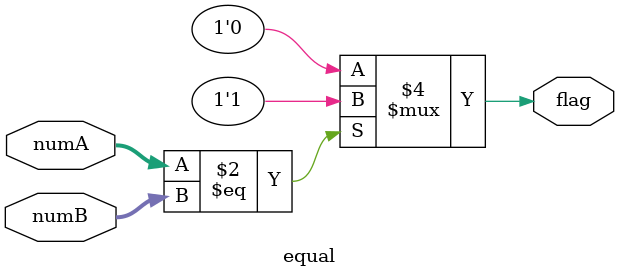
<source format=v>
module equal(numA,numB,flag);
parameter DATA_WIDTH =16;
input [DATA_WIDTH-1:0] numA,numB;
output reg flag;
always @(numA or numB)
if(numA == numB)
flag<=1'b1;
else
flag <=1'b0;
endmodule
</source>
